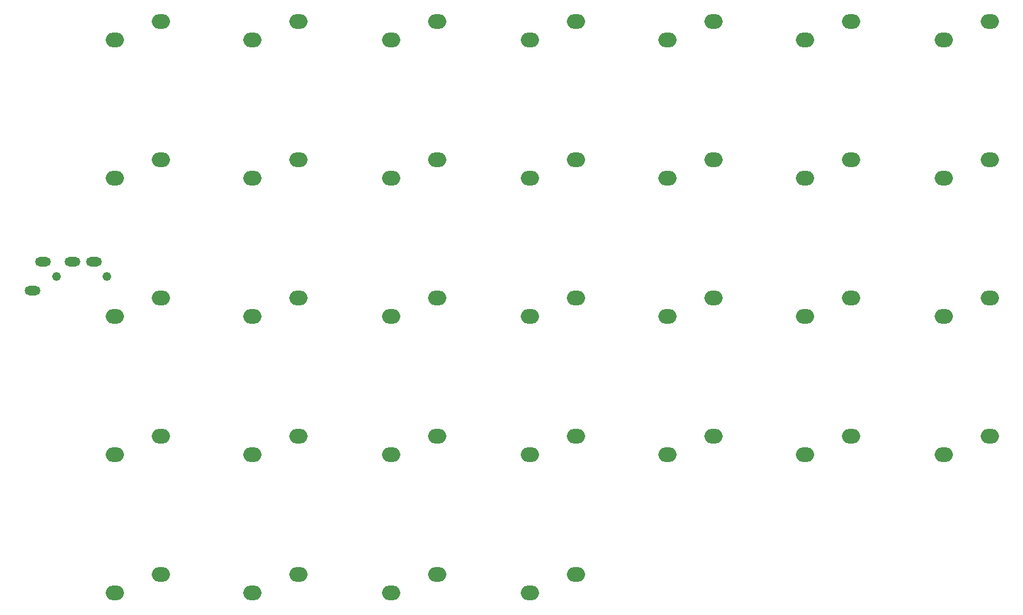
<source format=gbr>
%TF.GenerationSoftware,KiCad,Pcbnew,(7.0.0-0)*%
%TF.CreationDate,2023-03-06T00:10:08+09:00*%
%TF.ProjectId,11111_pcb,31313131-315f-4706-9362-2e6b69636164,rev?*%
%TF.SameCoordinates,Original*%
%TF.FileFunction,Legend,Top*%
%TF.FilePolarity,Positive*%
%FSLAX46Y46*%
G04 Gerber Fmt 4.6, Leading zero omitted, Abs format (unit mm)*
G04 Created by KiCad (PCBNEW (7.0.0-0)) date 2023-03-06 00:10:08*
%MOMM*%
%LPD*%
G01*
G04 APERTURE LIST*
%ADD10O,2.500000X2.000000*%
%ADD11C,1.210000*%
%ADD12O,2.200000X1.300000*%
G04 APERTURE END LIST*
D10*
%TO.C,SW13*%
X301624999Y-38039999D03*
X307974999Y-35499999D03*
%TD*%
%TO.C,SW8*%
X206424999Y-38039999D03*
X212774999Y-35499999D03*
%TD*%
%TO.C,SW54*%
X282624999Y-95189999D03*
X288974999Y-92649999D03*
%TD*%
%TO.C,SW61*%
X206424999Y-114239999D03*
X212774999Y-111699999D03*
%TD*%
%TO.C,SW26*%
X282624999Y-57089999D03*
X288974999Y-54549999D03*
%TD*%
%TO.C,SW22*%
X206424999Y-57089999D03*
X212774999Y-54549999D03*
%TD*%
%TO.C,SW62*%
X225424999Y-114239999D03*
X231774999Y-111699999D03*
%TD*%
%TO.C,SW23*%
X225424999Y-57089999D03*
X231774999Y-54549999D03*
%TD*%
%TO.C,SW12*%
X282624999Y-38039999D03*
X288974999Y-35499999D03*
%TD*%
%TO.C,SW40*%
X282624999Y-76139999D03*
X288974999Y-73599999D03*
%TD*%
%TO.C,SW53*%
X263624999Y-95189999D03*
X269974999Y-92649999D03*
%TD*%
%TO.C,SW28*%
X320724999Y-57089999D03*
X327074999Y-54549999D03*
%TD*%
%TO.C,SW51*%
X225424999Y-95189999D03*
X231774999Y-92649999D03*
%TD*%
%TO.C,SW37*%
X225424999Y-76139999D03*
X231774999Y-73599999D03*
%TD*%
%TO.C,SW56*%
X320724999Y-95189999D03*
X327074999Y-92649999D03*
%TD*%
%TO.C,SW9*%
X225424999Y-38039999D03*
X231774999Y-35499999D03*
%TD*%
%TO.C,SW27*%
X301624999Y-57089999D03*
X307974999Y-54549999D03*
%TD*%
%TO.C,SW14*%
X320724999Y-38039999D03*
X327074999Y-35499999D03*
%TD*%
%TO.C,SW50*%
X206424999Y-95189999D03*
X212774999Y-92649999D03*
%TD*%
%TO.C,SW38*%
X244524999Y-76139999D03*
X250874999Y-73599999D03*
%TD*%
%TO.C,SW11*%
X263624999Y-38039999D03*
X269974999Y-35499999D03*
%TD*%
%TO.C,SW52*%
X244524999Y-95189999D03*
X250874999Y-92649999D03*
%TD*%
%TO.C,SW39*%
X263624999Y-76139999D03*
X269974999Y-73599999D03*
%TD*%
%TO.C,SW55*%
X301624999Y-95189999D03*
X307974999Y-92649999D03*
%TD*%
%TO.C,SW24*%
X244524999Y-57089999D03*
X250874999Y-54549999D03*
%TD*%
%TO.C,SW25*%
X263624999Y-57089999D03*
X269974999Y-54549999D03*
%TD*%
D11*
%TO.C,J2*%
X205345000Y-70580000D03*
X198345000Y-70580000D03*
D12*
X195044999Y-72579999D03*
X203544999Y-68579999D03*
X200544999Y-68579999D03*
X196544999Y-68579999D03*
%TD*%
D10*
%TO.C,SW10*%
X244524999Y-38039999D03*
X250874999Y-35499999D03*
%TD*%
%TO.C,SW64*%
X263624999Y-114239999D03*
X269974999Y-111699999D03*
%TD*%
%TO.C,SW41*%
X301624999Y-76139999D03*
X307974999Y-73599999D03*
%TD*%
%TO.C,SW42*%
X320724999Y-76139999D03*
X327074999Y-73599999D03*
%TD*%
%TO.C,SW36*%
X206424999Y-76139999D03*
X212774999Y-73599999D03*
%TD*%
%TO.C,SW63*%
X244524999Y-114239999D03*
X250874999Y-111699999D03*
%TD*%
M02*

</source>
